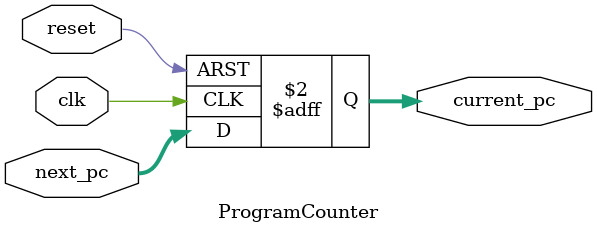
<source format=v>
`timescale 1ns/1ns

module ProgramCounter (
    input wire clk,
    input wire reset,
    input wire [31:0] next_pc,
    output reg [31:0] current_pc
);

always @(posedge clk or posedge reset) begin
    if (reset)
        current_pc <= 32'b0;
    else
        current_pc <= next_pc;
end

endmodule


</source>
